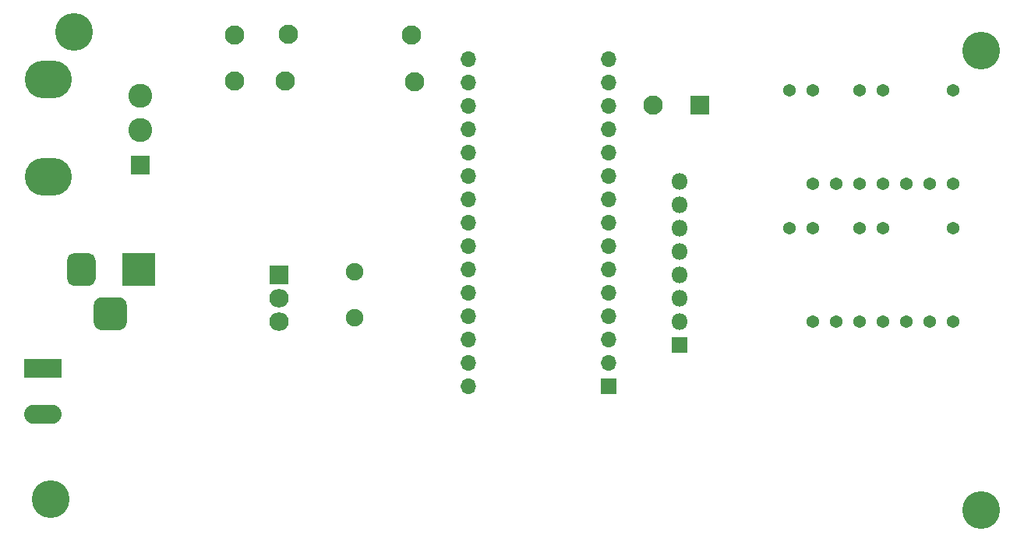
<source format=gbr>
%TF.GenerationSoftware,KiCad,Pcbnew,(5.1.6-0-10_14)*%
%TF.CreationDate,2021-01-13T12:07:43-08:00*%
%TF.ProjectId,temperatureController,74656d70-6572-4617-9475-7265436f6e74,rev?*%
%TF.SameCoordinates,Original*%
%TF.FileFunction,Soldermask,Bot*%
%TF.FilePolarity,Negative*%
%FSLAX46Y46*%
G04 Gerber Fmt 4.6, Leading zero omitted, Abs format (unit mm)*
G04 Created by KiCad (PCBNEW (5.1.6-0-10_14)) date 2021-01-13 12:07:43*
%MOMM*%
%LPD*%
G01*
G04 APERTURE LIST*
%ADD10O,1.700000X1.700000*%
%ADD11R,1.700000X1.700000*%
%ADD12O,1.900000X1.900000*%
%ADD13C,2.100000*%
%ADD14O,2.100000X2.005000*%
%ADD15R,2.100000X2.005000*%
%ADD16C,4.100000*%
%ADD17O,5.100000X4.100000*%
%ADD18C,2.600000*%
%ADD19R,2.100000X2.100000*%
%ADD20C,1.370000*%
%ADD21O,1.800000X1.800000*%
%ADD22R,1.800000X1.800000*%
%ADD23O,4.060000X2.080000*%
%ADD24R,4.060000X2.080000*%
%ADD25R,3.600000X3.600000*%
G04 APERTURE END LIST*
D10*
%TO.C,A1*%
X169799000Y-65214500D03*
X185039000Y-65214500D03*
X169799000Y-100774500D03*
X185039000Y-67754500D03*
X169799000Y-98234500D03*
X185039000Y-70294500D03*
X169799000Y-95694500D03*
X185039000Y-72834500D03*
X169799000Y-93154500D03*
X185039000Y-75374500D03*
X169799000Y-90614500D03*
X185039000Y-77914500D03*
X169799000Y-88074500D03*
X185039000Y-80454500D03*
X169799000Y-85534500D03*
X185039000Y-82994500D03*
X169799000Y-82994500D03*
X185039000Y-85534500D03*
X169799000Y-80454500D03*
X185039000Y-88074500D03*
X169799000Y-77914500D03*
X185039000Y-90614500D03*
X169799000Y-75374500D03*
X185039000Y-93154500D03*
X169799000Y-72834500D03*
X185039000Y-95694500D03*
X169799000Y-70294500D03*
X185039000Y-98234500D03*
X169799000Y-67754500D03*
D11*
X185039000Y-100774500D03*
%TD*%
D12*
%TO.C,R2*%
X157480000Y-88345000D03*
X157480000Y-93345000D03*
%TD*%
D13*
%TO.C,TP4*%
X144399000Y-62611000D03*
%TD*%
%TO.C,TP6*%
X150241000Y-62484000D03*
%TD*%
%TO.C,TP5*%
X163639500Y-62611000D03*
%TD*%
%TO.C,TP2*%
X163957000Y-67691000D03*
%TD*%
%TO.C,TP1*%
X149923500Y-67627500D03*
%TD*%
D14*
%TO.C,Q1*%
X149225000Y-93726000D03*
X149225000Y-91186000D03*
D15*
X149225000Y-88646000D03*
%TD*%
D13*
%TO.C,TP3*%
X144399000Y-67627500D03*
%TD*%
D16*
%TO.C,H4*%
X225527000Y-114270000D03*
%TD*%
%TO.C,H3*%
X127000000Y-62230000D03*
%TD*%
%TO.C,H2*%
X225527000Y-64270000D03*
%TD*%
%TO.C,H1*%
X124460000Y-113030000D03*
%TD*%
D17*
%TO.C,RV1*%
X124175500Y-78008000D03*
X124175500Y-67408000D03*
D18*
X134175500Y-69208000D03*
X134175500Y-72958000D03*
D19*
X134175500Y-76708000D03*
%TD*%
D20*
%TO.C,LED2*%
X204724000Y-83566000D03*
X207264000Y-83566000D03*
X212344000Y-83566000D03*
X214884000Y-83566000D03*
X222504000Y-83566000D03*
X222504000Y-93726000D03*
X219964000Y-93726000D03*
X217424000Y-93726000D03*
X214884000Y-93726000D03*
X212344000Y-93726000D03*
X209804000Y-93726000D03*
X207264000Y-93726000D03*
%TD*%
%TO.C,LED1*%
X204724000Y-68643500D03*
X207264000Y-68643500D03*
X212344000Y-68643500D03*
X214884000Y-68643500D03*
X222504000Y-68643500D03*
X222504000Y-78803500D03*
X219964000Y-78803500D03*
X217424000Y-78803500D03*
X214884000Y-78803500D03*
X212344000Y-78803500D03*
X209804000Y-78803500D03*
X207264000Y-78803500D03*
%TD*%
D21*
%TO.C,J4*%
X192786000Y-78549500D03*
X192786000Y-81089500D03*
X192786000Y-83629500D03*
X192786000Y-86169500D03*
X192786000Y-88709500D03*
X192786000Y-91249500D03*
X192786000Y-93789500D03*
D22*
X192786000Y-96329500D03*
%TD*%
D23*
%TO.C,J2*%
X123634500Y-103806000D03*
D24*
X123634500Y-98806000D03*
%TD*%
%TO.C,J1*%
G36*
G01*
X129137000Y-93800500D02*
X129137000Y-92000500D01*
G75*
G02*
X130037000Y-91100500I900000J0D01*
G01*
X131837000Y-91100500D01*
G75*
G02*
X132737000Y-92000500I0J-900000D01*
G01*
X132737000Y-93800500D01*
G75*
G02*
X131837000Y-94700500I-900000J0D01*
G01*
X130037000Y-94700500D01*
G75*
G02*
X129137000Y-93800500I0J900000D01*
G01*
G37*
G36*
G01*
X126237000Y-89125500D02*
X126237000Y-87075500D01*
G75*
G02*
X127012000Y-86300500I775000J0D01*
G01*
X128562000Y-86300500D01*
G75*
G02*
X129337000Y-87075500I0J-775000D01*
G01*
X129337000Y-89125500D01*
G75*
G02*
X128562000Y-89900500I-775000J0D01*
G01*
X127012000Y-89900500D01*
G75*
G02*
X126237000Y-89125500I0J775000D01*
G01*
G37*
D25*
X134037000Y-88100500D03*
%TD*%
D13*
%TO.C,C1*%
X189945000Y-70231000D03*
D19*
X194945000Y-70231000D03*
%TD*%
M02*

</source>
